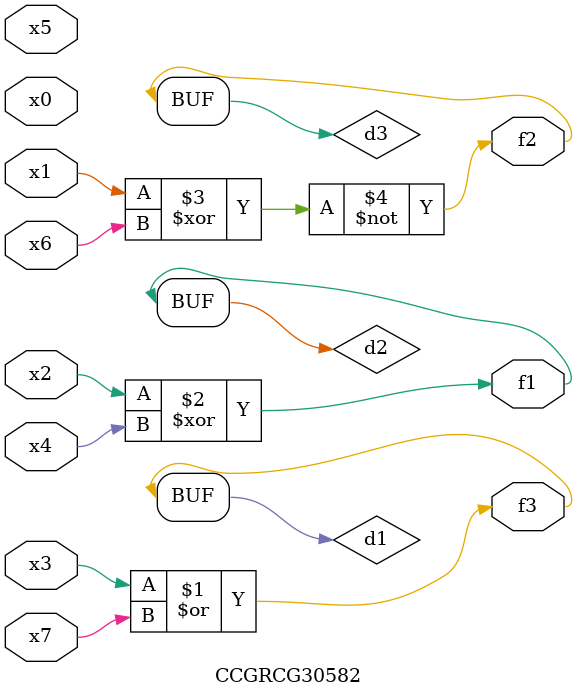
<source format=v>
module CCGRCG30582(
	input x0, x1, x2, x3, x4, x5, x6, x7,
	output f1, f2, f3
);

	wire d1, d2, d3;

	or (d1, x3, x7);
	xor (d2, x2, x4);
	xnor (d3, x1, x6);
	assign f1 = d2;
	assign f2 = d3;
	assign f3 = d1;
endmodule

</source>
